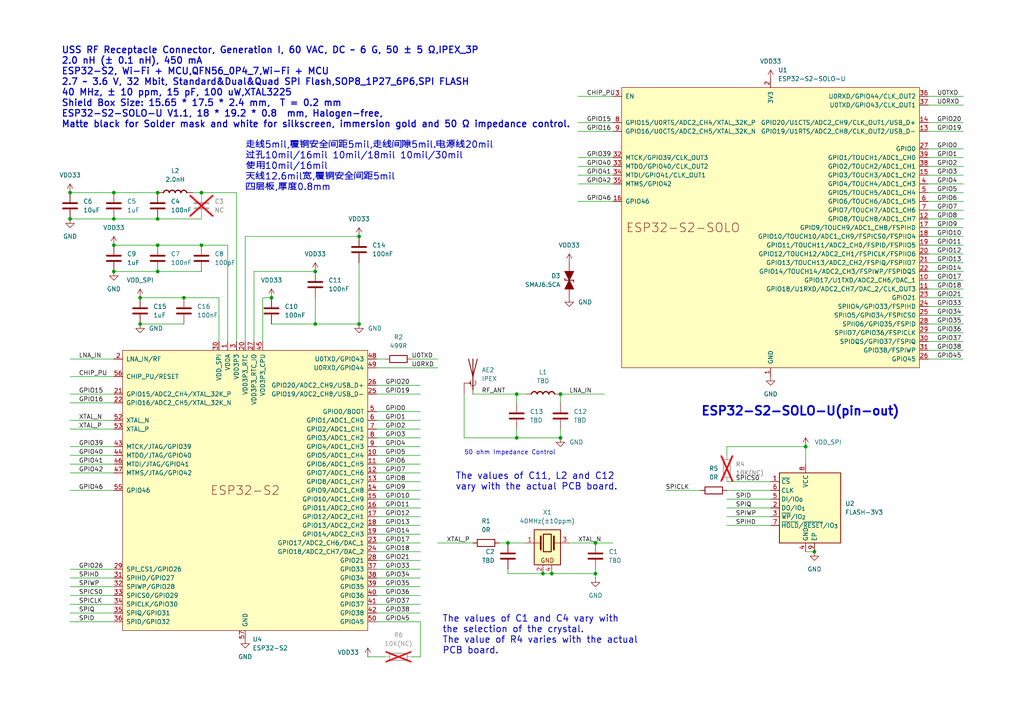
<source format=kicad_sch>
(kicad_sch (version 20250114) (generator "eeschema") (generator_version "9.0")
  (paper "A4")
  (lib_symbols
    (symbol "Device:Antenna_Shield" (pin_numbers (hide yes)) (pin_names (offset 1.016) (hide yes))
      (property "Reference" "AE" (at -1.905 4.445 0))
      (property "Value" "Antenna_Shield" (at -1.905 2.54 0))
      (symbol "Antenna_Shield_0_1"
        (arc (start 0 -2.667) (mid -0.8485 -2.1032) (end -0.508 -1.143))
        (polyline (pts (xy 0 5.08) (xy 0 -3.81)) (stroke (width 0.254)))
        (polyline (pts (xy 0 -2.54) (xy 0 0)))
        (arc (start 0.508 -1.143) (mid 0.8046 -2.0885) (end 0 -2.667))
        (polyline (pts (xy 0.762 -1.905) (xy 2.54 -1.905)))
        (circle (center 0.762 -1.905) (radius 0.1778) (fill (type outline)))
        (polyline (pts (xy 1.27 5.08) (xy 0 0) (xy -1.27 5.08)) (stroke (width 0.254)))
        (polyline (pts (xy 2.54 -2.54) (xy 2.54 -1.905)))
      )
      (symbol "Antenna_Shield_1_1"
        (pin input line (at 0 -5.08 90) (length 2.54) (name "A") (number "1"))
        (pin input line (at 2.54 -5.08 90) (length 2.54) (name "Shield") (number "2"))
      )
    )
    (symbol "Memory_Flash:W25Q128JVE"
      (property "Reference" "U" (at -6.35 11.43 0))
      (property "Value" "W25Q128JVE" (at 7.62 11.43 0))
      (symbol "W25Q128JVE_0_1"
        (rectangle (start -7.62 10.16) (end 10.16 -10.16) (stroke (width 0.254)) (fill (type background)))
      )
      (symbol "W25Q128JVE_1_1"
        (pin input line (at -10.16 7.62 0) (length 2.54) (name "~{CS}") (number "1"))
        (pin input line (at -10.16 5.08 0) (length 2.54) (name "CLK") (number "6"))
        (pin bidirectional line (at -10.16 2.54 0) (length 2.54) (name "DI/IO_{0}") (number "5"))
        (pin bidirectional line (at -10.16 0 0) (length 2.54) (name "DO/IO_{1}") (number "2"))
        (pin bidirectional line (at -10.16 -2.54 0) (length 2.54) (name "~{WP}/IO_{2}") (number "3"))
        (pin bidirectional line (at -10.16 -5.08 0) (length 2.54) (name "~{HOLD}/~{RESET}/IO_{3}") (number "7"))
        (pin power_in line (at 0 12.7 270) (length 2.54) (name "VCC") (number "8"))
        (pin power_in line (at 0 -12.7 90) (length 2.54) (name "GND") (number "4"))
        (pin passive line (at 2.54 -12.7 90) (length 2.54) (name "EP") (number "9"))
      )
    )
    (symbol "PCM_Capacitor_AKL:C_1206" (pin_numbers (hide yes)) (pin_names (offset 0.254))
      (property "Reference" "C" (at 0.635 2.54 0))
      (property "Value" "C_1206" (at 0.635 -2.54 0))
      (symbol "C_1206_0_1"
        (polyline (pts (xy -2.032 0.762) (xy 2.032 0.762)) (stroke (width 0.508)))
        (polyline (pts (xy -2.032 -0.762) (xy 2.032 -0.762)) (stroke (width 0.508)))
      )
      (symbol "C_1206_0_2"
        (polyline (pts (xy -2.54 -2.54) (xy -0.381 -0.381)))
        (polyline (pts (xy -0.508 -0.508) (xy -1.651 0.635)) (stroke (width 0.508)))
        (polyline (pts (xy -0.508 -0.508) (xy 0.635 -1.651)) (stroke (width 0.508)))
        (polyline (pts (xy 0.381 0.381) (xy 2.54 2.54)))
        (polyline (pts (xy 0.508 0.508) (xy -0.635 1.651)) (stroke (width 0.508)))
        (polyline (pts (xy 0.508 0.508) (xy 1.651 -0.635)) (stroke (width 0.508)))
      )
      (symbol "C_1206_1_1"
        (pin passive line (at 0 3.81 270) (length 2.794) (name "~") (number "1"))
        (pin passive line (at 0 -3.81 90) (length 2.794) (name "~") (number "2"))
      )
      (symbol "C_1206_1_2"
        (pin passive line (at -2.54 -2.54 90) (length 0) (name "~") (number "2"))
        (pin passive line (at 2.54 2.54 270) (length 0) (name "~") (number "1"))
      )
    )
    (symbol "PCM_Crystal_AKL:SMD3225-4" (pin_names (offset 1.016) (hide yes))
      (property "Reference" "X" (at 0 8.89 0))
      (property "Value" "SMD3225-4" (at 0 6.35 0))
      (symbol "SMD3225-4_0_1"
        (rectangle (start -3.81 3.81) (end 3.81 -6.35) (stroke (width 0.254)) (fill (type background)))
        (polyline (pts (xy -3.81 0) (xy -1.905 0)))
        (polyline (pts (xy -1.905 -1.905) (xy -1.905 1.905)) (stroke (width 0.508)))
        (rectangle (start -1.143 2.54) (end 1.143 -2.54) (stroke (width 0.3048)))
        (polyline (pts (xy 1.905 -1.905) (xy 1.905 1.905)) (stroke (width 0.508)))
        (polyline (pts (xy 3.81 0) (xy 1.905 0)))
        (text "GND" (at 0 -5.08 0) (effects (font (size 1.27 1.27))))
      )
      (symbol "SMD3225-4_1_1"
        (pin passive line (at -6.35 0 0) (length 2.54) (name "1") (number "1"))
        (pin passive line (at -1.27 -8.89 90) (length 2.54) (name "2") (number "2"))
        (pin passive line (at 1.27 -8.89 90) (length 2.54) (name "4") (number "4"))
        (pin passive line (at 6.35 0 180) (length 2.54) (name "3") (number "3"))
      )
    )
    (symbol "PCM_Diode_TVS_AKL:SMAJ6.5CA" (pin_numbers (hide yes)) (pin_names (offset 1.016) (hide yes))
      (property "Reference" "D" (at 0 5.08 0))
      (property "Value" "SMAJ6.5CA" (at 0 2.54 0))
      (symbol "SMAJ6.5CA_0_1"
        (polyline (pts (xy 0 1.27) (xy 0 -1.27)) (stroke (width 0.254)))
        (polyline (pts (xy 0 1.27) (xy 0.508 1.27)) (stroke (width 0.254)))
        (polyline (pts (xy 0 0) (xy -2.54 1.27) (xy -2.54 -1.27) (xy 0 0)) (stroke (width 0.254)) (fill (type outline)))
        (polyline (pts (xy 0 -1.27) (xy -0.508 -1.27)) (stroke (width 0.254)))
        (polyline (pts (xy 1.27 0) (xy -1.27 0)))
        (polyline (pts (xy 2.54 1.27) (xy 2.54 -1.27) (xy 0 0) (xy 2.54 1.27)) (stroke (width 0.254)) (fill (type outline)))
      )
      (symbol "SMAJ6.5CA_0_2"
        (polyline (pts (xy -3.81 -3.81) (xy 3.81 3.81)))
        (polyline (pts (xy -1.778 -1.778) (xy -2.667 -0.889) (xy 0 0) (xy -0.889 -2.667) (xy -1.778 -1.778)) (stroke (width 0.254)) (fill (type outline)))
        (polyline (pts (xy -0.889 0.889) (xy -1.27 0.508)) (stroke (width 0.254)))
        (polyline (pts (xy -0.889 0.889) (xy 0.889 -0.889)) (stroke (width 0.254)))
        (polyline (pts (xy 0.889 -0.889) (xy 1.27 -0.508)) (stroke (width 0.254)))
        (polyline (pts (xy 1.778 1.778) (xy 2.667 0.889) (xy 0 0) (xy 0.889 2.667) (xy 1.778 1.778)) (stroke (width 0.254)) (fill (type outline)))
      )
      (symbol "SMAJ6.5CA_1_1"
        (pin passive line (at -5.08 0 0) (length 2.54) (name "K") (number "1"))
        (pin passive line (at 5.08 0 180) (length 2.54) (name "A") (number "2"))
      )
      (symbol "SMAJ6.5CA_1_2"
        (pin passive line (at -3.81 -3.81 0) (length 0) (name "A") (number "2"))
        (pin passive line (at 3.81 3.81 180) (length 0) (name "K") (number "1"))
      )
    )
    (symbol "PCM_Elektuur:L" (pin_numbers (hide yes)) (pin_names (offset 0) (hide yes))
      (property "Reference" "L" (at 2.54 3.175 0))
      (property "Value" "L" (at 2.54 -3.175 0))
      (symbol "L_1_0"
        (arc (start 0 3.302) (mid 0.6604 2.5146) (end 0 1.7272) (stroke (width 0.254)))
        (arc (start 0 1.6256) (mid 0.6604 0.8382) (end 0 0.0508) (stroke (width 0.254)))
        (arc (start 0 -0.0508) (mid 0.6604 -0.8382) (end 0 -1.6256) (stroke (width 0.254)))
        (arc (start 0 -1.7272) (mid 0.6604 -2.5146) (end 0 -3.302) (stroke (width 0.254)))
        (arc (start 0 3.4036) (mid 0.762 2.5146) (end 0 1.6256) (stroke (width 0.254)))
        (arc (start 0 1.7272) (mid 0.762 0.8382) (end 0 -0.0508) (stroke (width 0.254)))
        (arc (start 0 0.0508) (mid 0.762 -0.8382) (end 0 -1.7272) (stroke (width 0.254)))
        (arc (start 0 -1.6256) (mid 0.762 -2.5146) (end 0 -3.4036) (stroke (width 0.254)))
        (polyline (pts (xy 0 3.5052) (xy 0 3.302)) (stroke (width 0.254)))
        (polyline (pts (xy 0 1.7272) (xy 0 1.6256)) (stroke (width 0.254)))
        (polyline (pts (xy 0 0.0508) (xy 0 -0.0508)) (stroke (width 0.254)))
        (polyline (pts (xy 0 -1.6256) (xy 0 -1.7272)) (stroke (width 0.254)))
        (polyline (pts (xy 0 -3.302) (xy 0 -3.5052)) (stroke (width 0.254)))
        (pin passive line (at 0 5.08 270) (length 1.5748) (name "+") (number "1"))
        (pin passive line (at 0 -5.08 90) (length 1.5748) (name "-") (number "2"))
      )
      (symbol "L_1_2"
        (rectangle (start 1.524 3.3782) (end 1.9812 -3.3782) (stroke (width 0.254)) (fill (type outline)))
      )
      (symbol "L_1_3"
        (rectangle (start 1.524 3.0988) (end 1.9812 1.9304) (stroke (width 0.254)) (fill (type outline)))
        (rectangle (start 1.524 1.4224) (end 1.9812 0.254) (stroke (width 0.254)) (fill (type outline)))
        (rectangle (start 1.524 -0.254) (end 1.9812 -1.4224) (stroke (width 0.254)) (fill (type outline)))
        (rectangle (start 1.524 -1.9304) (end 1.9812 -3.0988) (stroke (width 0.254)) (fill (type outline)))
      )
    )
    (symbol "PCM_Espressif:ESP32-S2" (pin_names (offset 1.016))
      (property "Reference" "U" (at -35.56 45.72 0))
      (property "Value" "ESP32-S2" (at -35.56 43.18 0))
      (symbol "ESP32-S2_0_0"
        (text "ESP32-S2" (at 0 0 0) (effects (font (size 2.54 2.54))))
      )
      (symbol "ESP32-S2_0_1"
        (rectangle (start -35.56 40.64) (end 35.56 -40.64) (fill (type background)))
      )
      (symbol "ESP32-S2_1_1"
        (pin bidirectional line (at -38.1 38.1 0) (length 2.54) (name "LNA_IN/RF") (number "2"))
        (pin bidirectional line (at -38.1 33.02 0) (length 2.54) (name "CHIP_PU/RESET") (number "56"))
        (pin bidirectional line (at -38.1 27.94 0) (length 2.54) (name "GPIO15/ADC2_CH4/XTAL_32K_P") (number "21"))
        (pin bidirectional line (at -38.1 25.4 0) (length 2.54) (name "GPIO16/ADC2_CH5/XTAL_32K_N") (number "22"))
        (pin output line (at -38.1 20.32 0) (length 2.54) (name "XTAL_N") (number "52"))
        (pin input line (at -38.1 17.78 0) (length 2.54) (name "XTAL_P") (number "53"))
        (pin input line (at -38.1 12.7 0) (length 2.54) (name "MTCK/JTAG/GPIO39") (number "43"))
        (pin output line (at -38.1 10.16 0) (length 2.54) (name "MTDO/JTAG/GPIO40") (number "44"))
        (pin input line (at -38.1 7.62 0) (length 2.54) (name "MTDI/JTAG/GPIO41") (number "46"))
        (pin output line (at -38.1 5.08 0) (length 2.54) (name "MTMS/JTAG/GPIO42") (number "47"))
        (pin input line (at -38.1 0 0) (length 2.54) (name "GPIO46") (number "55"))
        (pin bidirectional line (at -38.1 -22.86 0) (length 2.54) (name "SPI_CS1/GPIO26") (number "29"))
        (pin bidirectional line (at -38.1 -25.4 0) (length 2.54) (name "SPIHD/GPIO27") (number "31"))
        (pin bidirectional line (at -38.1 -27.94 0) (length 2.54) (name "SPIWP/GPIO28") (number "32"))
        (pin bidirectional line (at -38.1 -30.48 0) (length 2.54) (name "SPICS0/GPIO29") (number "33"))
        (pin bidirectional line (at -38.1 -33.02 0) (length 2.54) (name "SPICLK/GPIO30") (number "34"))
        (pin bidirectional line (at -38.1 -35.56 0) (length 2.54) (name "SPIQ/GPIO31") (number "35"))
        (pin bidirectional line (at -38.1 -38.1 0) (length 2.54) (name "SPID/GPIO32") (number "36"))
        (pin power_out line (at -7.62 43.18 270) (length 2.54) (name "VDD_SPI") (number "30"))
        (pin power_in line (at -5.08 43.18 270) (length 2.54) (name "VDDA") (number "1"))
        (pin passive line (at -5.08 43.18 270) (length 2.54) (hide yes) (name "VDDA") (number "51"))
        (pin passive line (at -5.08 43.18 270) (length 2.54) (hide yes) (name "VDDA") (number "54"))
        (pin power_in line (at -2.54 43.18 270) (length 2.54) (name "VDD3P3") (number "3"))
        (pin passive line (at -2.54 43.18 270) (length 2.54) (hide yes) (name "VDD3P3") (number "4"))
        (pin power_in line (at 0 43.18 270) (length 2.54) (name "VDD3P3_RTC") (number "20"))
        (pin power_in line (at 0 -43.18 90) (length 2.54) (name "GND") (number "57"))
        (pin power_in line (at 2.54 43.18 270) (length 2.54) (name "VDD3P3_RTC_IO") (number "27"))
        (pin power_in line (at 5.08 43.18 270) (length 2.54) (name "VDD3P3_CPU") (number "45"))
        (pin bidirectional line (at 38.1 38.1 180) (length 2.54) (name "U0TXD/GPIO43") (number "48"))
        (pin bidirectional line (at 38.1 35.56 180) (length 2.54) (name "U0RXD/GPIO44") (number "49"))
        (pin bidirectional line (at 38.1 30.48 180) (length 2.54) (name "GPIO20/ADC2_CH9/USB_D+") (number "26"))
        (pin bidirectional line (at 38.1 27.94 180) (length 2.54) (name "GPIO19/ADC2_CH8/USB_D-") (number "25"))
        (pin bidirectional line (at 38.1 22.86 180) (length 2.54) (name "GPIO0/BOOT") (number "5"))
        (pin bidirectional line (at 38.1 20.32 180) (length 2.54) (name "GPIO1/ADC1_CH0") (number "6"))
        (pin bidirectional line (at 38.1 17.78 180) (length 2.54) (name "GPIO2/ADC1_CH1") (number "7"))
        (pin bidirectional line (at 38.1 15.24 180) (length 2.54) (name "GPIO3/ADC1_CH2") (number "8"))
        (pin bidirectional line (at 38.1 12.7 180) (length 2.54) (name "GPIO4/ADC1_CH3") (number "9"))
        (pin bidirectional line (at 38.1 10.16 180) (length 2.54) (name "GPIO5/ADC1_CH4") (number "10"))
        (pin bidirectional line (at 38.1 7.62 180) (length 2.54) (name "GPIO6/ADC1_CH5") (number "11"))
        (pin bidirectional line (at 38.1 5.08 180) (length 2.54) (name "GPIO7/ADC1_CH6") (number "12"))
        (pin bidirectional line (at 38.1 2.54 180) (length 2.54) (name "GPIO8/ADC1_CH7") (number "13"))
        (pin bidirectional line (at 38.1 0 180) (length 2.54) (name "GPIO9/ADC1_CH8") (number "14"))
        (pin bidirectional line (at 38.1 -2.54 180) (length 2.54) (name "GPIO10/ADC1_CH9") (number "15"))
        (pin bidirectional line (at 38.1 -5.08 180) (length 2.54) (name "GPIO11/ADC2_CH0") (number "16"))
        (pin bidirectional line (at 38.1 -7.62 180) (length 2.54) (name "GPIO12/ADC2_CH1") (number "17"))
        (pin bidirectional line (at 38.1 -10.16 180) (length 2.54) (name "GPIO13/ADC2_CH2") (number "18"))
        (pin bidirectional line (at 38.1 -12.7 180) (length 2.54) (name "GPIO14/ADC2_CH3") (number "19"))
        (pin bidirectional line (at 38.1 -15.24 180) (length 2.54) (name "GPIO17/ADC2_CH6/DAC_1") (number "23"))
        (pin bidirectional line (at 38.1 -17.78 180) (length 2.54) (name "GPIO18/ADC2_CH7/DAC_2") (number "24"))
        (pin bidirectional line (at 38.1 -20.32 180) (length 2.54) (name "GPIO21") (number "28"))
        (pin bidirectional line (at 38.1 -22.86 180) (length 2.54) (name "GPIO33") (number "37"))
        (pin bidirectional line (at 38.1 -25.4 180) (length 2.54) (name "GPIO34") (number "38"))
        (pin bidirectional line (at 38.1 -27.94 180) (length 2.54) (name "GPIO35") (number "39"))
        (pin bidirectional line (at 38.1 -30.48 180) (length 2.54) (name "GPIO36") (number "40"))
        (pin bidirectional line (at 38.1 -33.02 180) (length 2.54) (name "GPIO37") (number "41"))
        (pin bidirectional line (at 38.1 -35.56 180) (length 2.54) (name "GPIO38") (number "42"))
        (pin bidirectional line (at 38.1 -38.1 180) (length 2.54) (name "GPIO45") (number "50"))
      )
    )
    (symbol "PCM_Espressif:ESP32-S2-SOLO" (pin_names (offset 1.016))
      (property "Reference" "U" (at -43.18 45.72 0))
      (property "Value" "ESP32-S2-SOLO" (at -43.18 43.18 0))
      (symbol "ESP32-S2-SOLO_0_1"
        (rectangle (start -43.18 40.64) (end 43.18 -40.64) (fill (type background)))
      )
      (symbol "ESP32-S2-SOLO_1_1"
        (text "ESP32-S2-SOLO" (at -25.4 0 0) (effects (font (size 2.54 2.54))))
        (pin bidirectional line (at -45.72 38.1 0) (length 2.54) (name "EN") (number "3"))
        (pin bidirectional line (at -45.72 30.48 0) (length 2.54) (name "GPIO15/U0RTS/ADC2_CH4/XTAL_32K_P") (number "8"))
        (pin bidirectional line (at -45.72 27.94 0) (length 2.54) (name "GPIO16/U0CTS/ADC2_CH5/XTAL_32K_N") (number "9"))
        (pin bidirectional line (at -45.72 20.32 0) (length 2.54) (name "MTCK/GPIO39/CLK_OUT3") (number "32"))
        (pin bidirectional line (at -45.72 17.78 0) (length 2.54) (name "MTDO/GPIO40/CLK_OUT2") (number "33"))
        (pin bidirectional line (at -45.72 15.24 0) (length 2.54) (name "MTDI/GPIO41/CLK_OUT1") (number "34"))
        (pin bidirectional line (at -45.72 12.7 0) (length 2.54) (name "MTMS/GPIO42") (number "35"))
        (pin input line (at -45.72 7.62 0) (length 2.54) (name "GPIO46") (number "16"))
        (pin power_in line (at 0 43.18 270) (length 2.54) (name "3V3") (number "2"))
        (pin power_in line (at 0 -43.18 90) (length 2.54) (name "GND") (number "1"))
        (pin passive line (at 0 -43.18 90) (length 2.54) (hide yes) (name "GND") (number "40"))
        (pin passive line (at 0 -43.18 90) (length 2.54) (hide yes) (name "GND") (number "41"))
        (pin bidirectional line (at 45.72 38.1 180) (length 2.54) (name "U0RXD/GPIO44/CLK_OUT2") (number "36"))
        (pin bidirectional line (at 45.72 35.56 180) (length 2.54) (name "U0TXD/GPIO43/CLK_OUT1") (number "37"))
        (pin bidirectional line (at 45.72 30.48 180) (length 2.54) (name "GPIO20/U1CTS/ADC2_CH9/CLK_OUT1/USB_D+") (number "14"))
        (pin bidirectional line (at 45.72 27.94 180) (length 2.54) (name "GPIO19/U1RTS/ADC2_CH8/CLK_OUT2/USB_D-") (number "13"))
        (pin bidirectional line (at 45.72 22.86 180) (length 2.54) (name "GPIO0") (number "27"))
        (pin bidirectional line (at 45.72 20.32 180) (length 2.54) (name "GPIO1/TOUCH1/ADC1_CH0") (number "39"))
        (pin bidirectional line (at 45.72 17.78 180) (length 2.54) (name "GPIO2/TOUCH2/ADC1_CH1") (number "38"))
        (pin bidirectional line (at 45.72 15.24 180) (length 2.54) (name "GPIO3/TOUCH3/ADC1_CH2") (number "15"))
        (pin bidirectional line (at 45.72 12.7 180) (length 2.54) (name "GPIO4/TOUCH4/ADC1_CH3") (number "4"))
        (pin bidirectional line (at 45.72 10.16 180) (length 2.54) (name "GPIO5/TOUCH5/ADC1_CH4") (number "5"))
        (pin bidirectional line (at 45.72 7.62 180) (length 2.54) (name "GPIO6/TOUCH6/ADC1_CH5") (number "6"))
        (pin bidirectional line (at 45.72 5.08 180) (length 2.54) (name "GPIO7/TOUCH7/ADC1_CH6") (number "7"))
        (pin bidirectional line (at 45.72 2.54 180) (length 2.54) (name "GPIO8/TOUCH8/ADC1_CH7") (number "12"))
        (pin bidirectional line (at 45.72 0 180) (length 2.54) (name "GPIO9/TOUCH9/ADC1_CH8/FSPIHD") (number "17"))
        (pin bidirectional line (at 45.72 -2.54 180) (length 2.54) (name "GPIO10/TOUCH10/ADC1_CH9/FSPICS0/FSPIIO4") (number "18"))
        (pin bidirectional line (at 45.72 -5.08 180) (length 2.54) (name "GPIO11/TOUCH11/ADC2_CH0/FSPID/FSPIIO5") (number "19"))
        (pin bidirectional line (at 45.72 -7.62 180) (length 2.54) (name "GPIO12/TOUCH12/ADC2_CH1/FSPICLK/FSPIIO6") (number "20"))
        (pin bidirectional line (at 45.72 -10.16 180) (length 2.54) (name "GPIO13/TOUCH13/ADC2_CH2/FSPIQ/FSPIIO7") (number "21"))
        (pin bidirectional line (at 45.72 -12.7 180) (length 2.54) (name "GPIO14/TOUCH14/ADC2_CH3/FSPIWP/FSPIDQS") (number "22"))
        (pin bidirectional line (at 45.72 -15.24 180) (length 2.54) (name "GPIO17/U1TXD/ADC2_CH6/DAC_1") (number "10"))
        (pin bidirectional line (at 45.72 -17.78 180) (length 2.54) (name "GPIO18/U1RXD/ADC2_CH7/DAC_2/CLK_OUT3") (number "11"))
        (pin bidirectional line (at 45.72 -20.32 180) (length 2.54) (name "GPIO21") (number "23"))
        (pin bidirectional line (at 45.72 -22.86 180) (length 2.54) (name "SPIIO4/GPIO33/FSPIHD") (number "24"))
        (pin bidirectional line (at 45.72 -25.4 180) (length 2.54) (name "SPIIO5/GPIO34/FSPICS0") (number "25"))
        (pin bidirectional line (at 45.72 -27.94 180) (length 2.54) (name "SPIIO6/GPIO35/FSPID") (number "28"))
        (pin bidirectional line (at 45.72 -30.48 180) (length 2.54) (name "SPIIO7/GPIO36/FSPICLK") (number "29"))
        (pin bidirectional line (at 45.72 -33.02 180) (length 2.54) (name "SPIDQS/GPIO37/FSPIQ") (number "30"))
        (pin bidirectional line (at 45.72 -35.56 180) (length 2.54) (name "GPIO38/FSPIWP") (number "31"))
        (pin bidirectional line (at 45.72 -38.1 180) (length 2.54) (name "GPIO45") (number "26"))
      )
    )
    (symbol "PCM_Resistor_AKL:R_1206" (pin_numbers (hide yes)) (pin_names (offset 0))
      (property "Reference" "R" (at 2.54 1.27 0))
      (property "Value" "R_1206" (at 2.54 -1.27 0))
      (symbol "R_1206_0_1"
        (rectangle (start -1.016 2.54) (end 1.016 -2.54) (stroke (width 0.254)))
      )
      (symbol "R_1206_0_2"
        (polyline (pts (xy -2.54 -2.54) (xy -1.524 -1.524)))
        (polyline (pts (xy 1.524 1.524) (xy 2.54 2.54)))
        (polyline (pts (xy 1.524 1.524) (xy 0.889 2.159) (xy -2.159 -0.889) (xy -0.889 -2.159) (xy 2.159 0.889) (xy 1.524 1.524)) (stroke (width 0.254)))
      )
      (symbol "R_1206_1_1"
        (pin passive line (at 0 3.81 270) (length 1.27) (name "~") (number "1"))
        (pin passive line (at 0 -3.81 90) (length 1.27) (name "~") (number "2"))
      )
      (symbol "R_1206_1_2"
        (pin passive line (at -2.54 -2.54 0) (length 0) (name "") (number "2"))
        (pin passive line (at 2.54 2.54 180) (length 0) (name "") (number "1"))
      )
    )
    (symbol "power:+3.3V" (power) (pin_numbers (hide yes)) (pin_names (offset 0) (hide yes))
      (property "Value" "+3.3V" (at 0 3.556 0))
      (symbol "+3.3V_0_1"
        (polyline (pts (xy -0.762 1.27) (xy 0 2.54)))
        (polyline (pts (xy 0 2.54) (xy 0.762 1.27)))
        (polyline (pts (xy 0 0) (xy 0 2.54)))
      )
      (symbol "+3.3V_1_1"
        (pin power_in line (at 0 0 90) (length 0) (name "~") (number "1"))
      )
    )
    (symbol "power:GND" (power) (pin_numbers (hide yes)) (pin_names (offset 0) (hide yes))
      (property "Value" "GND" (at 0 -3.81 0))
      (symbol "GND_0_1"
        (polyline (pts (xy 0 0) (xy 0 -1.27) (xy 1.27 -1.27) (xy 0 -2.54) (xy -1.27 -1.27) (xy 0 -1.27)))
      )
      (symbol "GND_1_1"
        (pin power_in line (at 0 0 270) (length 0) (name "~") (number "1"))
      )
    )
  )
  (text "The values of C11, L2 and C12\nvary with the actual PCB board." (exclude_from_sim yes) (at 132.08 139.7 0) (effects (font (size 1.905 1.905) (thickness 0.2381)) (justify left)))
  (text "50 ohm Impedance Control" (at 134.62 132.08 0) (effects (font (size 1.27 1.27)) (justify left bottom)))
  (text "ESP32-S2-SOLO-U(pin-out)" (exclude_from_sim yes) (at 203.2 119.38 0) (effects (font (size 2.54 2.54) (thickness 0.508) (bold yes)) (justify left)))
  (text "USS RF Receptacle Connector, Generation I, 60 VAC, DC ~ 6 G, 50 ± 5 Ω,IPEX_3P\n2.0 nH (± 0.1 nH), 450 mA\nESP32-S2, Wi-Fi + MCU,QFN56_0P4_7,Wi-Fi + MCU\n2.7 ~ 3.6 V, 32 Mbit, Standard&Dual&Quad SPI Flash,SOP8_1P27_6P6,SPI FLASH\n40 MHz, ± 10 ppm, 15 pF, 100 uW,XTAL3225\nShield Box Size: 15.65 * 17.5 * 2.4 mm,  T = 0.2 mm\nESP32-S2-SOLO-U V1.1, 18 * 19.2 * 0.8  mm, Halogen-free, \nMatte black for Solder mask and white for silkscreen, immersion gold and 50 Ω impedance control." (exclude_from_sim yes) (at 17.78 25.4 0) (effects (font (size 1.905 1.905) (thickness 0.3175)) (justify left)))
  (text "走线5mil,覆铜安全间距5mil,走线间隙5mil.电源线20mil\n过孔10mil/16mil 10mil/18mil 10mil/30mil\n使用10mil/16mil\n天线12.6mil宽,覆铜安全间距5mil\n四层板,厚度0.8mm" (exclude_from_sim yes) (at 71.12 48.26 0) (effects (font (size 1.905 1.905) (thickness 0.2381)) (justify left)))
  (text "The values of C1 and C4 vary with\nthe selection of the crystal.\nThe value of R4 varies with the actual\nPCB board.\n" (exclude_from_sim yes) (at 128.27 184.15 0) (effects (font (size 1.905 1.905) (thickness 0.2381)) (justify left)))
  (junction (at 40.64 93.98))
  (junction (at 33.02 63.5))
  (junction (at 157.48 166.37))
  (junction (at 53.34 86.36))
  (junction (at 104.14 68.58))
  (junction (at 45.72 63.5))
  (junction (at 20.32 63.5))
  (junction (at 160.02 166.37))
  (junction (at 172.72 166.37))
  (junction (at 104.14 93.98))
  (junction (at 78.74 86.36))
  (junction (at 91.44 93.98))
  (junction (at 58.42 71.12))
  (junction (at 45.72 55.88))
  (junction (at 149.86 127))
  (junction (at 33.02 78.74))
  (junction (at 91.44 78.74))
  (junction (at 45.72 71.12))
  (junction (at 33.02 71.12))
  (junction (at 172.72 157.48))
  (junction (at 147.32 157.48))
  (junction (at 149.86 114.3))
  (junction (at 236.22 160.02))
  (junction (at 162.56 114.3))
  (junction (at 40.64 86.36))
  (junction (at 45.72 78.74))
  (junction (at 33.02 55.88))
  (junction (at 233.68 129.54))
  (junction (at 20.32 55.88))
  (junction (at 58.42 55.88))
  (junction (at 162.56 127))
  (wire (pts (xy 210.82 149.86) (xy 223.52 149.86)))
  (wire (pts (xy 269.24 96.52) (xy 279.4 96.52)))
  (wire (pts (xy 109.22 142.24) (xy 121.92 142.24)))
  (wire (pts (xy 109.22 167.64) (xy 121.92 167.64)))
  (wire (pts (xy 109.22 160.02) (xy 121.92 160.02)))
  (wire (pts (xy 109.22 157.48) (xy 121.92 157.48)))
  (wire (pts (xy 33.02 63.5) (xy 45.72 63.5)))
  (wire (pts (xy 172.72 157.48) (xy 177.8 157.48)))
  (wire (pts (xy 76.2 86.36) (xy 78.74 86.36)))
  (wire (pts (xy 71.12 68.58) (xy 71.12 99.06)))
  (wire (pts (xy 149.86 114.3) (xy 149.86 116.84)))
  (wire (pts (xy 269.24 55.88) (xy 279.4 55.88)))
  (wire (pts (xy 45.72 78.74) (xy 58.42 78.74)))
  (wire (pts (xy 167.64 53.34) (xy 177.8 53.34)))
  (wire (pts (xy 20.32 175.26) (xy 33.02 175.26)))
  (wire (pts (xy 269.24 91.44) (xy 279.4 91.44)))
  (wire (pts (xy 109.22 144.78) (xy 121.92 144.78)))
  (wire (pts (xy 269.24 50.8) (xy 279.4 50.8)))
  (wire (pts (xy 109.22 180.34) (xy 121.92 180.34)))
  (wire (pts (xy 91.44 93.98) (xy 91.44 86.36)))
  (wire (pts (xy 58.42 71.12) (xy 66.04 71.12)))
  (wire (pts (xy 121.92 190.5) (xy 121.92 180.34)))
  (wire (pts (xy 210.82 132.08) (xy 210.82 129.54)))
  (wire (pts (xy 66.04 99.06) (xy 66.04 71.12)))
  (wire (pts (xy 233.68 129.54) (xy 233.68 134.62)))
  (wire (pts (xy 119.38 104.14) (xy 127 104.14)))
  (wire (pts (xy 109.22 127) (xy 121.92 127)))
  (wire (pts (xy 269.24 60.96) (xy 279.4 60.96)))
  (wire (pts (xy 109.22 129.54) (xy 121.92 129.54)))
  (wire (pts (xy 104.14 68.58) (xy 71.12 68.58)))
  (wire (pts (xy 269.24 101.6) (xy 279.4 101.6)))
  (wire (pts (xy 172.72 166.37) (xy 172.72 165.1)))
  (wire (pts (xy 210.82 147.32) (xy 223.52 147.32)))
  (wire (pts (xy 53.34 86.36) (xy 63.5 86.36)))
  (wire (pts (xy 127 157.48) (xy 137.16 157.48)))
  (wire (pts (xy 20.32 170.18) (xy 33.02 170.18)))
  (wire (pts (xy 109.22 111.76) (xy 121.92 111.76)))
  (wire (pts (xy 269.24 86.36) (xy 279.4 86.36)))
  (wire (pts (xy 40.64 86.36) (xy 53.34 86.36)))
  (wire (pts (xy 269.24 83.82) (xy 279.4 83.82)))
  (wire (pts (xy 269.24 30.48) (xy 279.4 30.48)))
  (wire (pts (xy 20.32 142.24) (xy 33.02 142.24)))
  (wire (pts (xy 20.32 132.08) (xy 33.02 132.08)))
  (wire (pts (xy 134.62 114.3) (xy 134.62 127)))
  (wire (pts (xy 45.72 63.5) (xy 58.42 63.5)))
  (wire (pts (xy 210.82 144.78) (xy 223.52 144.78)))
  (wire (pts (xy 269.24 27.94) (xy 279.4 27.94)))
  (wire (pts (xy 33.02 78.74) (xy 45.72 78.74)))
  (wire (pts (xy 269.24 104.14) (xy 279.4 104.14)))
  (wire (pts (xy 149.86 124.46) (xy 149.86 127)))
  (wire (pts (xy 20.32 121.92) (xy 33.02 121.92)))
  (wire (pts (xy 109.22 165.1) (xy 121.92 165.1)))
  (wire (pts (xy 20.32 165.1) (xy 33.02 165.1)))
  (wire (pts (xy 269.24 93.98) (xy 279.4 93.98)))
  (wire (pts (xy 20.32 55.88) (xy 33.02 55.88)))
  (wire (pts (xy 109.22 137.16) (xy 121.92 137.16)))
  (wire (pts (xy 33.02 71.12) (xy 45.72 71.12)))
  (wire (pts (xy 193.04 142.24) (xy 203.2 142.24)))
  (wire (pts (xy 160.02 166.37) (xy 172.72 166.37)))
  (wire (pts (xy 55.88 55.88) (xy 58.42 55.88)))
  (wire (pts (xy 68.58 99.06) (xy 68.58 55.88)))
  (wire (pts (xy 109.22 121.92) (xy 121.92 121.92)))
  (wire (pts (xy 162.56 116.84) (xy 162.56 114.3)))
  (wire (pts (xy 109.22 124.46) (xy 121.92 124.46)))
  (wire (pts (xy 210.82 142.24) (xy 223.52 142.24)))
  (wire (pts (xy 147.32 166.37) (xy 147.32 165.1)))
  (wire (pts (xy 76.2 99.06) (xy 76.2 86.36)))
  (wire (pts (xy 134.62 127) (xy 149.86 127)))
  (wire (pts (xy 109.22 162.56) (xy 121.92 162.56)))
  (wire (pts (xy 63.5 86.36) (xy 63.5 99.06)))
  (wire (pts (xy 162.56 114.3) (xy 175.26 114.3)))
  (wire (pts (xy 109.22 149.86) (xy 121.92 149.86)))
  (wire (pts (xy 167.64 50.8) (xy 177.8 50.8)))
  (wire (pts (xy 91.44 93.98) (xy 104.14 93.98)))
  (wire (pts (xy 20.32 114.3) (xy 33.02 114.3)))
  (wire (pts (xy 45.72 55.88) (xy 33.02 55.88)))
  (wire (pts (xy 106.68 190.5) (xy 111.76 190.5)))
  (wire (pts (xy 91.44 78.74) (xy 73.66 78.74)))
  (wire (pts (xy 233.68 160.02) (xy 236.22 160.02)))
  (wire (pts (xy 162.56 127) (xy 162.56 124.46)))
  (wire (pts (xy 73.66 78.74) (xy 73.66 99.06)))
  (wire (pts (xy 269.24 58.42) (xy 279.4 58.42)))
  (wire (pts (xy 269.24 48.26) (xy 279.4 48.26)))
  (wire (pts (xy 210.82 129.54) (xy 233.68 129.54)))
  (wire (pts (xy 167.64 48.26) (xy 177.8 48.26)))
  (wire (pts (xy 109.22 170.18) (xy 121.92 170.18)))
  (wire (pts (xy 20.32 63.5) (xy 33.02 63.5)))
  (wire (pts (xy 269.24 88.9) (xy 279.4 88.9)))
  (wire (pts (xy 20.32 134.62) (xy 33.02 134.62)))
  (wire (pts (xy 269.24 76.2) (xy 279.4 76.2)))
  (wire (pts (xy 269.24 43.18) (xy 279.4 43.18)))
  (wire (pts (xy 109.22 119.38) (xy 121.92 119.38)))
  (wire (pts (xy 40.64 93.98) (xy 53.34 93.98)))
  (wire (pts (xy 167.64 45.72) (xy 177.8 45.72)))
  (wire (pts (xy 167.64 35.56) (xy 177.8 35.56)))
  (wire (pts (xy 20.32 167.64) (xy 33.02 167.64)))
  (wire (pts (xy 20.32 137.16) (xy 33.02 137.16)))
  (wire (pts (xy 109.22 175.26) (xy 121.92 175.26)))
  (wire (pts (xy 269.24 63.5) (xy 279.4 63.5)))
  (wire (pts (xy 147.32 157.48) (xy 152.4 157.48)))
  (wire (pts (xy 269.24 66.04) (xy 279.4 66.04)))
  (wire (pts (xy 269.24 45.72) (xy 279.4 45.72)))
  (wire (pts (xy 167.64 58.42) (xy 177.8 58.42)))
  (wire (pts (xy 109.22 154.94) (xy 121.92 154.94)))
  (wire (pts (xy 109.22 152.4) (xy 121.92 152.4)))
  (wire (pts (xy 20.32 124.46) (xy 33.02 124.46)))
  (wire (pts (xy 147.32 166.37) (xy 157.48 166.37)))
  (wire (pts (xy 109.22 177.8) (xy 121.92 177.8)))
  (wire (pts (xy 109.22 132.08) (xy 121.92 132.08)))
  (wire (pts (xy 210.82 139.7) (xy 223.52 139.7)))
  (wire (pts (xy 152.4 114.3) (xy 149.86 114.3)))
  (wire (pts (xy 119.38 190.5) (xy 121.92 190.5)))
  (wire (pts (xy 20.32 109.22) (xy 33.02 109.22)))
  (wire (pts (xy 144.78 157.48) (xy 147.32 157.48)))
  (wire (pts (xy 269.24 38.1) (xy 279.4 38.1)))
  (wire (pts (xy 109.22 106.68) (xy 127 106.68)))
  (wire (pts (xy 269.24 35.56) (xy 279.4 35.56)))
  (wire (pts (xy 137.16 114.3) (xy 149.86 114.3)))
  (wire (pts (xy 210.82 152.4) (xy 223.52 152.4)))
  (wire (pts (xy 20.32 180.34) (xy 33.02 180.34)))
  (wire (pts (xy 20.32 104.14) (xy 33.02 104.14)))
  (wire (pts (xy 45.72 71.12) (xy 58.42 71.12)))
  (wire (pts (xy 109.22 114.3) (xy 121.92 114.3)))
  (wire (pts (xy 269.24 99.06) (xy 279.4 99.06)))
  (wire (pts (xy 269.24 71.12) (xy 279.4 71.12)))
  (wire (pts (xy 165.1 157.48) (xy 172.72 157.48)))
  (wire (pts (xy 109.22 147.32) (xy 121.92 147.32)))
  (wire (pts (xy 109.22 172.72) (xy 121.92 172.72)))
  (wire (pts (xy 269.24 68.58) (xy 279.4 68.58)))
  (wire (pts (xy 269.24 81.28) (xy 279.4 81.28)))
  (wire (pts (xy 149.86 127) (xy 162.56 127)))
  (wire (pts (xy 167.64 38.1) (xy 177.8 38.1)))
  (wire (pts (xy 269.24 53.34) (xy 279.4 53.34)))
  (wire (pts (xy 20.32 177.8) (xy 33.02 177.8)))
  (wire (pts (xy 109.22 139.7) (xy 121.92 139.7)))
  (wire (pts (xy 58.42 55.88) (xy 68.58 55.88)))
  (wire (pts (xy 109.22 134.62) (xy 121.92 134.62)))
  (wire (pts (xy 20.32 116.84) (xy 33.02 116.84)))
  (wire (pts (xy 269.24 73.66) (xy 279.4 73.66)))
  (wire (pts (xy 269.24 78.74) (xy 279.4 78.74)))
  (wire (pts (xy 78.74 93.98) (xy 91.44 93.98)))
  (wire (pts (xy 20.32 129.54) (xy 33.02 129.54)))
  (wire (pts (xy 109.22 104.14) (xy 111.76 104.14)))
  (wire (pts (xy 20.32 172.72) (xy 33.02 172.72)))
  (wire (pts (xy 167.64 27.94) (xy 177.8 27.94)))
  (wire (pts (xy 104.14 93.98) (xy 104.14 76.2)))
  (wire (pts (xy 172.72 167.64) (xy 172.72 166.37)))
  (wire (pts (xy 157.48 166.37) (xy 160.02 166.37)))
  (label "GPIO37" (at 111.76 175.26 0))
  (label "GPIO40" (at 170.18 48.26 0))
  (label "GPIO19" (at 111.76 114.3 0))
  (label "GPIO40" (at 22.86 132.08 0))
  (label "GPIO13" (at 271.78 76.2 0))
  (label "GPIO46" (at 170.18 58.42 0))
  (label "XTAL_N" (at 22.86 121.92 0))
  (label "GPIO18" (at 271.78 83.82 0))
  (label "GPIO39" (at 22.86 129.54 0))
  (label "GPIO26" (at 22.86 165.1 0))
  (label "GPIO7" (at 271.78 60.96 0))
  (label "GPIO35" (at 271.78 93.98 0))
  (label "GPIO13" (at 111.76 152.4 0))
  (label "GPIO11" (at 271.78 71.12 0))
  (label "GPIO3" (at 111.76 127 0))
  (label "SPID" (at 22.86 180.34 0))
  (label "GPIO10" (at 111.76 144.78 0))
  (label "GPIO16" (at 22.86 116.84 0))
  (label "GPIO3" (at 271.78 50.8 0))
  (label "SPICLK" (at 193.04 142.24 0))
  (label "GPIO5" (at 111.76 132.08 0))
  (label "SPIQ" (at 213.36 147.32 0))
  (label "GPIO21" (at 271.78 86.36 0))
  (label "GPIO18" (at 111.76 160.02 0))
  (label "U0RXD" (at 271.78 30.48 0))
  (label "GPIO20" (at 111.76 111.76 0))
  (label "GPIO8" (at 271.78 63.5 0))
  (label "GPIO41" (at 170.18 50.8 0))
  (label "GPIO12" (at 271.78 73.66 0))
  (label "GPIO42" (at 170.18 53.34 0))
  (label "GPIO33" (at 111.76 165.1 0))
  (label "GPIO36" (at 111.76 172.72 0))
  (label "GPIO19" (at 271.78 38.1 0))
  (label "SPID" (at 213.36 144.78 0))
  (label "GPIO9" (at 111.76 142.24 0))
  (label "SPICS0" (at 22.86 172.72 0))
  (label "GPIO33" (at 271.78 88.9 0))
  (label "GPIO16" (at 170.18 38.1 0))
  (label "GPIO1" (at 111.76 121.92 0))
  (label "SPIWP" (at 213.36 149.86 0))
  (label "GPIO0" (at 271.78 43.18 0))
  (label "GPIO45" (at 111.76 180.34 0))
  (label "GPIO35" (at 111.76 170.18 0))
  (label "CHIP_PU" (at 170.18 27.94 0))
  (label "GPIO17" (at 111.76 157.48 0))
  (label "GPIO14" (at 111.76 154.94 0))
  (label "GPIO4" (at 271.78 53.34 0))
  (label "GPIO6" (at 271.78 58.42 0))
  (label "GPIO15" (at 22.86 114.3 0))
  (label "GPIO11" (at 111.76 147.32 0))
  (label "SPIQ" (at 22.86 177.8 0))
  (label "GPIO12" (at 111.76 149.86 0))
  (label "GPIO42" (at 22.86 137.16 0))
  (label "SPIHD" (at 213.36 152.4 0))
  (label "GPIO36" (at 271.78 96.52 0))
  (label "GPIO10" (at 271.78 68.58 0))
  (label "GPIO5" (at 271.78 55.88 0))
  (label "SPICLK" (at 22.86 175.26 0))
  (label "LNA_IN" (at 22.86 104.14 0))
  (label "GPIO2" (at 111.76 124.46 0))
  (label "GPIO37" (at 271.78 99.06 0))
  (label "GPIO7" (at 111.76 137.16 0))
  (label "GPIO4" (at 111.76 129.54 0))
  (label "GPIO14" (at 271.78 78.74 0))
  (label "RF_ANT" (at 139.7 114.3 0))
  (label "XTAL_P" (at 22.86 124.46 0))
  (label "GPIO21" (at 111.76 162.56 0))
  (label "GPIO46" (at 22.86 142.24 0))
  (label "GPIO38" (at 111.76 177.8 0))
  (label "CHIP_PU" (at 22.86 109.22 0))
  (label "SPIWP" (at 22.86 170.18 0))
  (label "GPIO9" (at 271.78 66.04 0))
  (label "GPIO8" (at 111.76 139.7 0))
  (label "GPIO2" (at 271.78 48.26 0))
  (label "U0RXD" (at 119.38 106.68 0))
  (label "XTAL_N" (at 167.64 157.48 0))
  (label "GPIO17" (at 271.78 81.28 0))
  (label "GPIO38" (at 271.78 101.6 0))
  (label "GPIO39" (at 170.18 45.72 0))
  (label "GPIO41" (at 22.86 134.62 0))
  (label "GPIO0" (at 111.76 119.38 0))
  (label "XTAL_P" (at 129.54 157.48 0))
  (label "GPIO20" (at 271.78 35.56 0))
  (label "U0TXD" (at 271.78 27.94 0))
  (label "GPIO6" (at 111.76 134.62 0))
  (label "LNA_IN" (at 165.1 114.3 0))
  (label "GPIO34" (at 111.76 167.64 0))
  (label "GPIO15" (at 170.18 35.56 0))
  (label "SPICS0" (at 213.36 139.7 0))
  (label "GPIO34" (at 271.78 91.44 0))
  (label "GPIO1" (at 271.78 45.72 0))
  (label "SPIHD" (at 22.86 167.64 0))
  (label "GPIO45" (at 271.78 104.14 0))
  (label "U0TXD" (at 119.38 104.14 0))
  (symbol (lib_id "PCM_Capacitor_AKL:C_1206") (at 172.72 161.29 0) (mirror y) (unit 1)
    (property "Reference" "C1" (at 176.53 160.0199 0) (effects (justify right)))
    (property "Value" "TBD" (at 176.53 162.5599 0) (effects (justify right)))
    (property "Footprint" "PCM_Capacitor_SMD_AKL:C_1206_3216Metric" (effects (hide yes)))
    (property "Description" "SMD 1206 MLCC capacitor, Alternate KiCad Library" (effects (hide yes)))
  )
  (symbol (lib_id "power:GND") (at 172.72 167.64 0) (unit 1)
    (property "Reference" "#PWR04" (effects (hide yes)))
    (property "Value" "GND" (at 172.72 172.72 0))
    (property "Description" "Power symbol creates a global label with name \"GND\" , ground" (effects (hide yes)))
  )
  (symbol (lib_id "power:GND") (at 104.14 93.98 0) (unit 1)
    (property "Reference" "#PWR016" (effects (hide yes)))
    (property "Value" "GND" (at 106.68 95.2499 0) (effects (justify left)))
    (property "Description" "Power symbol creates a global label with name \"GND\" , ground" (effects (hide yes)))
  )
  (symbol (lib_id "PCM_Capacitor_AKL:C_1206") (at 33.02 59.69 0) (unit 1)
    (property "Reference" "C5" (at 36.83 58.4199 0) (effects (justify left)))
    (property "Value" "1uF" (at 36.83 60.9599 0) (effects (justify left)))
    (property "Footprint" "PCM_Capacitor_SMD_AKL:C_1206_3216Metric" (effects (hide yes)))
    (property "Description" "SMD 1206 MLCC capacitor, Alternate KiCad Library" (effects (hide yes)))
  )
  (symbol (lib_id "PCM_Diode_TVS_AKL:SMAJ6.5CA") (at 165.1 81.28 90) (unit 1)
    (property "Reference" "D3" (at 162.56 80.0099 90) (effects (justify left)))
    (property "Value" "SMAJ6.5CA" (at 162.56 82.5499 90) (effects (justify left)))
    (property "Footprint" "PCM_Diode_SMD_AKL:D_SMA_TVS" (effects (hide yes)))
    (property "Datasheet" "https://www.tme.eu/Document/dbc72d81c249fe51b6ab42300e8e06d0/SMAJ_ser.pdf" (effects (hide yes)))
    (property "Description" "SMA Bidirectional TVS Diode, 6.5V, 400W, Alternate KiCAD Library" (effects (hide yes)))
  )
  (symbol (lib_id "PCM_Elektuur:L") (at 157.48 114.3 90) (unit 1)
    (property "Reference" "L1" (at 157.48 107.95 90))
    (property "Value" "TBD" (at 157.48 110.49 90))
    (property "Description" "coil/winding/inductor/choke/reactor" (effects (hide yes)))
    (property "Indicator" "●" (effects (hide yes)))
    (property "Rating" "A" (effects (hide yes)))
  )
  (symbol (lib_id "PCM_Capacitor_AKL:C_1206") (at 91.44 82.55 0) (unit 1)
    (property "Reference" "C11" (at 95.25 81.2799 0) (effects (justify left)))
    (property "Value" "100nF" (at 95.25 83.8199 0) (effects (justify left)))
    (property "Footprint" "PCM_Capacitor_SMD_AKL:C_1206_3216Metric" (effects (hide yes)))
    (property "Description" "SMD 1206 MLCC capacitor, Alternate KiCad Library" (effects (hide yes)))
  )
  (symbol (lib_id "Device:Antenna_Shield") (at 137.16 109.22 0) (mirror y) (unit 1)
    (property "Reference" "AE2" (at 139.7 107.3149 0) (effects (justify right)))
    (property "Value" "IPEX" (at 139.7 109.8549 0) (effects (justify right)))
    (property "Description" "Antenna with extra pin for shielding" (effects (hide yes)))
  )
  (symbol (lib_id "PCM_Resistor_AKL:R_1206") (at 210.82 135.89 180) (unit 1) (dnp yes)
    (property "Reference" "R4" (at 213.36 134.6199 0) (effects (justify right)))
    (property "Value" "10K(NC)" (at 213.36 137.1599 0) (effects (justify right)))
    (property "Footprint" "PCM_Resistor_SMD_AKL:R_1206_3216Metric" (effects (hide yes)))
    (property "Description" "SMD 1206 Chip Resistor, European Symbol, Alternate KiCad Library" (effects (hide yes)))
  )
  (symbol (lib_id "power:GND") (at 236.22 160.02 0) (unit 1)
    (property "Reference" "#PWR022" (effects (hide yes)))
    (property "Value" "GND" (at 236.22 165.1 0))
    (property "Description" "Power symbol creates a global label with name \"GND\" , ground" (effects (hide yes)))
  )
  (symbol (lib_id "PCM_Capacitor_AKL:C_1206") (at 147.32 161.29 0) (unit 1)
    (property "Reference" "C2" (at 143.51 160.0199 0) (effects (justify right)))
    (property "Value" "TBD" (at 143.51 162.5599 0) (effects (justify right)))
    (property "Footprint" "PCM_Capacitor_SMD_AKL:C_1206_3216Metric" (effects (hide yes)))
    (property "Description" "SMD 1206 MLCC capacitor, Alternate KiCad Library" (effects (hide yes)))
  )
  (symbol (lib_id "power:+3.3V") (at 165.1 76.2 0) (unit 1)
    (property "Reference" "#PWR024" (effects (hide yes)))
    (property "Value" "VDD33" (at 165.1 71.12 0))
    (property "Description" "Power symbol creates a global label with name \"+3.3V\"" (effects (hide yes)))
  )
  (symbol (lib_id "PCM_Capacitor_AKL:C_1206") (at 45.72 59.69 0) (unit 1)
    (property "Reference" "C4" (at 49.53 58.4199 0) (effects (justify left)))
    (property "Value" "100nF" (at 49.53 60.9599 0) (effects (justify left)))
    (property "Footprint" "PCM_Capacitor_SMD_AKL:C_1206_3216Metric" (effects (hide yes)))
    (property "Description" "SMD 1206 MLCC capacitor, Alternate KiCad Library" (effects (hide yes)))
  )
  (symbol (lib_id "power:+3.3V") (at 233.68 129.54 0) (unit 1)
    (property "Reference" "#PWR021" (effects (hide yes)))
    (property "Value" "VDD_SPI" (at 236.22 128.2699 0) (effects (justify left)))
    (property "Description" "Power symbol creates a global label with name \"+3.3V\"" (effects (hide yes)))
  )
  (symbol (lib_id "PCM_Crystal_AKL:SMD3225-4") (at 158.75 157.48 0) (unit 1)
    (property "Reference" "X1" (at 158.75 148.59 0))
    (property "Value" "40MHz(±10ppm)" (at 158.75 151.13 0))
    (property "Footprint" "PCM_Crystal_AKL:Crystal_SMD_3225-4Pin_3.2x2.5mm" (effects (hide yes)))
    (property "Description" "SMD Quartz crystal, 4 terminals, 3.2mm x 2.5mm, Alternate KiCad Library" (effects (hide yes)))
  )
  (symbol (lib_id "PCM_Capacitor_AKL:C_1206") (at 40.64 90.17 0) (unit 1)
    (property "Reference" "C15" (at 44.45 88.8999 0) (effects (justify left)))
    (property "Value" "1uF" (at 44.45 91.4399 0) (effects (justify left)))
    (property "Footprint" "PCM_Capacitor_SMD_AKL:C_1206_3216Metric" (effects (hide yes)))
    (property "Description" "SMD 1206 MLCC capacitor, Alternate KiCad Library" (effects (hide yes)))
  )
  (symbol (lib_id "PCM_Capacitor_AKL:C_1206") (at 78.74 90.17 0) (unit 1)
    (property "Reference" "C10" (at 82.55 88.8999 0) (effects (justify left)))
    (property "Value" "100nF" (at 82.55 91.4399 0) (effects (justify left)))
    (property "Footprint" "PCM_Capacitor_SMD_AKL:C_1206_3216Metric" (effects (hide yes)))
    (property "Description" "SMD 1206 MLCC capacitor, Alternate KiCad Library" (effects (hide yes)))
  )
  (symbol (lib_id "power:+3.3V") (at 104.14 68.58 0) (unit 1)
    (property "Reference" "#PWR015" (effects (hide yes)))
    (property "Value" "VDD33" (at 104.14 63.5 0))
    (property "Description" "Power symbol creates a global label with name \"+3.3V\"" (effects (hide yes)))
  )
  (symbol (lib_id "PCM_Resistor_AKL:R_1206") (at 115.57 104.14 90) (unit 1)
    (property "Reference" "R2" (at 115.57 97.79 90))
    (property "Value" "499R" (at 115.57 100.33 90))
    (property "Footprint" "PCM_Resistor_SMD_AKL:R_1206_3216Metric" (effects (hide yes)))
    (property "Description" "SMD 1206 Chip Resistor, European Symbol, Alternate KiCad Library" (effects (hide yes)))
  )
  (symbol (lib_id "PCM_Capacitor_AKL:C_1206") (at 104.14 72.39 0) (unit 1)
    (property "Reference" "C14" (at 107.95 71.1199 0) (effects (justify left)))
    (property "Value" "100nF" (at 107.95 73.6599 0) (effects (justify left)))
    (property "Footprint" "PCM_Capacitor_SMD_AKL:C_1206_3216Metric" (effects (hide yes)))
    (property "Description" "SMD 1206 MLCC capacitor, Alternate KiCad Library" (effects (hide yes)))
  )
  (symbol (lib_id "power:+3.3V") (at 223.52 22.86 0) (unit 1)
    (property "Reference" "#PWR019" (effects (hide yes)))
    (property "Value" "VDD33" (at 223.52 17.78 0))
    (property "Description" "Power symbol creates a global label with name \"+3.3V\"" (effects (hide yes)))
  )
  (symbol (lib_id "PCM_Espressif:ESP32-S2-SOLO") (at 223.52 66.04 0) (unit 1)
    (property "Reference" "U1" (at 225.6633 20.32 0) (effects (justify left)))
    (property "Value" "ESP32-S2-SOLO-U" (at 225.6633 22.86 0) (effects (justify left)))
    (property "Footprint" "PCM_Espressif:ESP32-S2-SOLO" (effects (hide yes)))
    (property "Datasheet" "https://www.espressif.com/sites/default/files/documentation/esp32-s2-solo_esp32-s2-solo-u_datasheet_en.pdf" (effects (hide yes)))
    (property "Description" "ESP32-S2-SOLO and ESP32-S2-SOLO-U are two powerful, generic Wi-Fi MCU modules that have a rich set of peripherals." (effects (hide yes)))
  )
  (symbol (lib_id "power:GND") (at 40.64 93.98 0) (unit 1)
    (property "Reference" "#PWR012" (effects (hide yes)))
    (property "Value" "GND" (at 43.18 95.2499 0) (effects (justify left)))
    (property "Description" "Power symbol creates a global label with name \"GND\" , ground" (effects (hide yes)))
  )
  (symbol (lib_id "power:GND") (at 20.32 63.5 0) (unit 1)
    (property "Reference" "#PWR08" (effects (hide yes)))
    (property "Value" "GND" (at 20.32 68.58 0))
    (property "Description" "Power symbol creates a global label with name \"GND\" , ground" (effects (hide yes)))
  )
  (symbol (lib_id "PCM_Resistor_AKL:R_1206") (at 115.57 190.5 90) (unit 1) (dnp yes)
    (property "Reference" "R6" (at 115.57 184.15 90))
    (property "Value" "10K(NC)" (at 115.57 186.69 90))
    (property "Footprint" "PCM_Resistor_SMD_AKL:R_1206_3216Metric" (effects (hide yes)))
    (property "Description" "SMD 1206 Chip Resistor, European Symbol, Alternate KiCad Library" (effects (hide yes)))
  )
  (symbol (lib_id "power:+3.3V") (at 40.64 86.36 0) (unit 1)
    (property "Reference" "#PWR014" (effects (hide yes)))
    (property "Value" "VDD_SPI" (at 40.64 81.28 0))
    (property "Description" "Power symbol creates a global label with name \"+3.3V\"" (effects (hide yes)))
  )
  (symbol (lib_id "Memory_Flash:W25Q128JVE") (at 233.68 147.32 0) (unit 1)
    (property "Reference" "U2" (at 245.11 146.0499 0) (effects (justify left)))
    (property "Value" "FLASH-3V3" (at 245.11 148.5899 0) (effects (justify left)))
    (property "Footprint" "Package_SON:WSON-8-1EP_8x6mm_P1.27mm_EP3.4x4.3mm" (effects (hide yes)))
    (property "Datasheet" "https://www.winbond.com/resource-files/w25q128jv_dtr%20revc%2003272018%20plus.pdf" (effects (hide yes)))
    (property "Description" "128Mbit / 16MiB Serial Flash Memory, Standard/Dual/Quad SPI, 2.7-3.6V, WSON-8" (effects (hide yes)))
  )
  (symbol (lib_id "power:+3.3V") (at 33.02 71.12 0) (unit 1)
    (property "Reference" "#PWR09" (effects (hide yes)))
    (property "Value" "VDD33" (at 33.02 66.04 0))
    (property "Description" "Power symbol creates a global label with name \"+3.3V\"" (effects (hide yes)))
  )
  (symbol (lib_id "power:+3.3V") (at 106.68 190.5 0) (unit 1)
    (property "Reference" "#PWR023" (effects (hide yes)))
    (property "Value" "VDD33" (at 104.14 189.2299 0) (effects (justify right)))
    (property "Description" "Power symbol creates a global label with name \"+3.3V\"" (effects (hide yes)))
  )
  (symbol (lib_id "power:GND") (at 223.52 109.22 0) (unit 1)
    (property "Reference" "#PWR018" (effects (hide yes)))
    (property "Value" "GND" (at 223.52 114.3 0))
    (property "Description" "Power symbol creates a global label with name \"GND\" , ground" (effects (hide yes)))
  )
  (symbol (lib_id "PCM_Resistor_AKL:R_1206") (at 140.97 157.48 90) (unit 1)
    (property "Reference" "R1" (at 140.97 151.13 90))
    (property "Value" "0R" (at 140.97 153.67 90))
    (property "Footprint" "PCM_Resistor_SMD_AKL:R_1206_3216Metric" (effects (hide yes)))
    (property "Description" "SMD 1206 Chip Resistor, European Symbol, Alternate KiCad Library" (effects (hide yes)))
  )
  (symbol (lib_id "PCM_Capacitor_AKL:C_1206") (at 162.56 120.65 0) (unit 1)
    (property "Reference" "C12" (at 166.37 119.3799 0) (effects (justify left)))
    (property "Value" "TBD" (at 166.37 121.9199 0) (effects (justify left)))
    (property "Footprint" "PCM_Capacitor_SMD_AKL:C_1206_3216Metric" (effects (hide yes)))
    (property "Description" "SMD 1206 MLCC capacitor, Alternate KiCad Library" (effects (hide yes)))
  )
  (symbol (lib_id "PCM_Capacitor_AKL:C_1206") (at 58.42 74.93 0) (unit 1)
    (property "Reference" "C8" (at 62.23 73.6599 0) (effects (justify left)))
    (property "Value" "100pF" (at 62.23 76.1999 0) (effects (justify left)))
    (property "Footprint" "PCM_Capacitor_SMD_AKL:C_1206_3216Metric" (effects (hide yes)))
    (property "Description" "SMD 1206 MLCC capacitor, Alternate KiCad Library" (effects (hide yes)))
  )
  (symbol (lib_id "PCM_Capacitor_AKL:C_1206") (at 58.42 59.69 0) (unit 1) (dnp yes)
    (property "Reference" "C3" (at 62.23 58.4199 0) (effects (justify left)))
    (property "Value" "NC" (at 62.23 60.9599 0) (effects (justify left)))
    (property "Footprint" "PCM_Capacitor_SMD_AKL:C_1206_3216Metric" (effects (hide yes)))
    (property "Description" "SMD 1206 MLCC capacitor, Alternate KiCad Library" (effects (hide yes)))
  )
  (symbol (lib_id "power:GND") (at 71.12 185.42 0) (unit 1)
    (property "Reference" "#PWR05" (effects (hide yes)))
    (property "Value" "GND" (at 71.12 190.5 0))
    (property "Description" "Power symbol creates a global label with name \"GND\" , ground" (effects (hide yes)))
  )
  (symbol (lib_id "power:+3.3V") (at 20.32 55.88 0) (unit 1)
    (property "Reference" "#PWR07" (effects (hide yes)))
    (property "Value" "VDD33" (at 20.32 50.8 0))
    (property "Description" "Power symbol creates a global label with name \"+3.3V\"" (effects (hide yes)))
  )
  (symbol (lib_id "power:+3.3V") (at 91.44 78.74 0) (unit 1)
    (property "Reference" "#PWR013" (effects (hide yes)))
    (property "Value" "VDD33" (at 91.44 73.66 0))
    (property "Description" "Power symbol creates a global label with name \"+3.3V\"" (effects (hide yes)))
  )
  (symbol (lib_id "PCM_Capacitor_AKL:C_1206") (at 20.32 59.69 0) (unit 1)
    (property "Reference" "C6" (at 24.13 58.4199 0) (effects (justify left)))
    (property "Value" "10uF" (at 24.13 60.9599 0) (effects (justify left)))
    (property "Footprint" "PCM_Capacitor_SMD_AKL:C_1206_3216Metric" (effects (hide yes)))
    (property "Description" "SMD 1206 MLCC capacitor, Alternate KiCad Library" (effects (hide yes)))
  )
  (symbol (lib_id "PCM_Capacitor_AKL:C_1206") (at 149.86 120.65 0) (unit 1)
    (property "Reference" "C13" (at 153.67 119.3799 0) (effects (justify left)))
    (property "Value" "TBD" (at 153.67 121.9199 0) (effects (justify left)))
    (property "Footprint" "PCM_Capacitor_SMD_AKL:C_1206_3216Metric" (effects (hide yes)))
    (property "Description" "SMD 1206 MLCC capacitor, Alternate KiCad Library" (effects (hide yes)))
  )
  (symbol (lib_id "PCM_Resistor_AKL:R_1206") (at 207.01 142.24 90) (unit 1)
    (property "Reference" "R5" (at 207.01 135.89 90))
    (property "Value" "0R" (at 207.01 138.43 90))
    (property "Footprint" "PCM_Resistor_SMD_AKL:R_1206_3216Metric" (effects (hide yes)))
    (property "Description" "SMD 1206 Chip Resistor, European Symbol, Alternate KiCad Library" (effects (hide yes)))
  )
  (symbol (lib_id "power:GND") (at 162.56 127 0) (unit 1)
    (property "Reference" "#PWR06" (effects (hide yes)))
    (property "Value" "GND" (at 165.1 128.2699 0) (effects (justify left)))
    (property "Description" "Power symbol creates a global label with name \"GND\" , ground" (effects (hide yes)))
  )
  (symbol (lib_id "power:GND") (at 33.02 78.74 0) (unit 1)
    (property "Reference" "#PWR010" (effects (hide yes)))
    (property "Value" "GND" (at 33.02 83.82 0))
    (property "Description" "Power symbol creates a global label with name \"GND\" , ground" (effects (hide yes)))
  )
  (symbol (lib_id "PCM_Elektuur:L") (at 50.8 55.88 90) (unit 1)
    (property "Reference" "L2" (at 50.8 49.53 90))
    (property "Value" "2.0nH" (at 50.8 52.07 90))
    (property "Description" "coil/winding/inductor/choke/reactor" (effects (hide yes)))
    (property "Indicator" "●" (effects (hide yes)))
    (property "Rating" "A" (effects (hide yes)))
  )
  (symbol (lib_id "PCM_Capacitor_AKL:C_1206") (at 53.34 90.17 0) (unit 1)
    (property "Reference" "C16" (at 57.15 88.8999 0) (effects (justify left)))
    (property "Value" "100nF" (at 57.15 91.4399 0) (effects (justify left)))
    (property "Footprint" "PCM_Capacitor_SMD_AKL:C_1206_3216Metric" (effects (hide yes)))
    (property "Description" "SMD 1206 MLCC capacitor, Alternate KiCad Library" (effects (hide yes)))
  )
  (symbol (lib_id "power:GND") (at 165.1 86.36 0) (unit 1)
    (property "Reference" "#PWR020" (effects (hide yes)))
    (property "Value" "GND" (at 167.64 87.6299 0) (effects (justify left)))
    (property "Description" "Power symbol creates a global label with name \"GND\" , ground" (effects (hide yes)))
  )
  (symbol (lib_id "PCM_Capacitor_AKL:C_1206") (at 45.72 74.93 0) (unit 1)
    (property "Reference" "C7" (at 49.53 73.6599 0) (effects (justify left)))
    (property "Value" "100nF" (at 49.53 76.1999 0) (effects (justify left)))
    (property "Footprint" "PCM_Capacitor_SMD_AKL:C_1206_3216Metric" (effects (hide yes)))
    (property "Description" "SMD 1206 MLCC capacitor, Alternate KiCad Library" (effects (hide yes)))
  )
  (symbol (lib_id "PCM_Capacitor_AKL:C_1206") (at 33.02 74.93 0) (unit 1)
    (property "Reference" "C9" (at 36.83 73.6599 0) (effects (justify left)))
    (property "Value" "1uF" (at 36.83 76.1999 0) (effects (justify left)))
    (property "Footprint" "PCM_Capacitor_SMD_AKL:C_1206_3216Metric" (effects (hide yes)))
    (property "Description" "SMD 1206 MLCC capacitor, Alternate KiCad Library" (effects (hide yes)))
  )
  (symbol (lib_id "power:+3.3V") (at 78.74 86.36 0) (unit 1)
    (property "Reference" "#PWR011" (effects (hide yes)))
    (property "Value" "VDD33" (at 78.74 81.28 0))
    (property "Description" "Power symbol creates a global label with name \"+3.3V\"" (effects (hide yes)))
  )
  (symbol (lib_id "PCM_Espressif:ESP32-S2") (at 71.12 142.24 0) (unit 1)
    (property "Reference" "U4" (at 73.2633 185.42 0) (effects (justify left)))
    (property "Value" "ESP32-S2" (at 73.2633 187.96 0) (effects (justify left)))
    (property "Footprint" "Package_DFN_QFN:QFN-56-1EP_7x7mm_P0.4mm_EP5.6x5.6mm" (effects (hide yes)))
    (property "Datasheet" "https://www.espressif.com/sites/default/files/documentation/esp32-s2_datasheet_en.pdf" (effects (hide yes)))
    (property "Description" "ESP32-S2 family is a highly-integrated, low-power, 2.4GHz Wi-Fi System-on-Chip (SoC) solution." (effects (hide yes)))
  )
)
</source>
